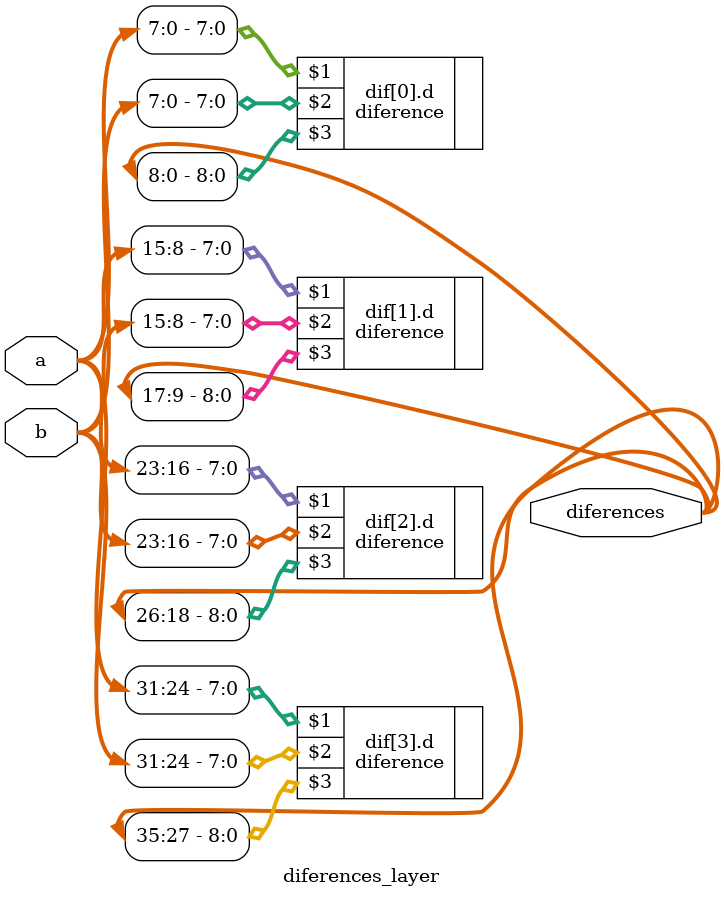
<source format=v>
module diferences_layer(a,b, diferences);

parameter WIDTH=8;
parameter INPUTS=4;

input [WIDTH*INPUTS-1:0] a,b;
output signed [(WIDTH+1)*INPUTS-1:0] diferences;



generate
	genvar i;
	
	for(i=0;i<INPUTS;i=i+1) begin : dif
		diference #(WIDTH) d(a[(i+1)*WIDTH-1:i*WIDTH], b[(i+1)*WIDTH-1:i*WIDTH], diferences[(i+1)*(WIDTH+1)-1:i*(WIDTH+1)]);
	end
endgenerate



endmodule

</source>
